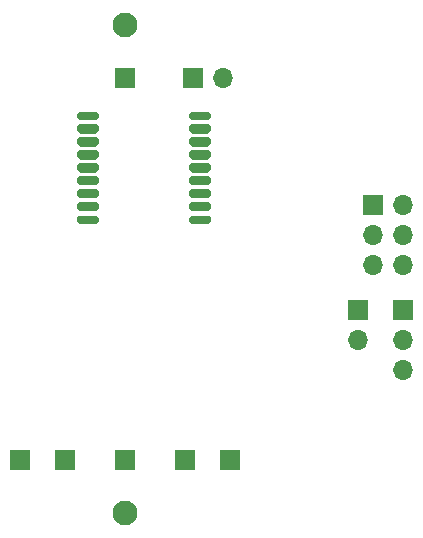
<source format=gbs>
G04 #@! TF.GenerationSoftware,KiCad,Pcbnew,(5.1.9)-1*
G04 #@! TF.CreationDate,2021-06-03T21:06:58+02:00*
G04 #@! TF.ProjectId,HABakuk_v1.0,48414261-6b75-46b5-9f76-312e302e6b69,1.0*
G04 #@! TF.SameCoordinates,Original*
G04 #@! TF.FileFunction,Soldermask,Bot*
G04 #@! TF.FilePolarity,Negative*
%FSLAX46Y46*%
G04 Gerber Fmt 4.6, Leading zero omitted, Abs format (unit mm)*
G04 Created by KiCad (PCBNEW (5.1.9)-1) date 2021-06-03 21:06:58*
%MOMM*%
%LPD*%
G01*
G04 APERTURE LIST*
%ADD10R,1.700000X1.700000*%
%ADD11O,1.700000X1.700000*%
%ADD12C,2.100000*%
G04 APERTURE END LIST*
D10*
X129540000Y-119380000D03*
X133350000Y-119380000D03*
X115570000Y-119380000D03*
X119380000Y-119380000D03*
X124460000Y-119380000D03*
X124460000Y-86995000D03*
D11*
X132715000Y-86995000D03*
D10*
X130175000Y-86995000D03*
D11*
X147955000Y-111760000D03*
X147955000Y-109220000D03*
D10*
X147955000Y-106680000D03*
D11*
X144145000Y-109220000D03*
D10*
X144145000Y-106680000D03*
D12*
X124460000Y-123825000D03*
X124460000Y-82550000D03*
G36*
G01*
X129910000Y-99190000D02*
X129910000Y-98840000D01*
G75*
G02*
X130085000Y-98665000I175000J0D01*
G01*
X131535000Y-98665000D01*
G75*
G02*
X131710000Y-98840000I0J-175000D01*
G01*
X131710000Y-99190000D01*
G75*
G02*
X131535000Y-99365000I-175000J0D01*
G01*
X130085000Y-99365000D01*
G75*
G02*
X129910000Y-99190000I0J175000D01*
G01*
G37*
G36*
G01*
X129910000Y-98115000D02*
X129910000Y-97715000D01*
G75*
G02*
X130110000Y-97515000I200000J0D01*
G01*
X131510000Y-97515000D01*
G75*
G02*
X131710000Y-97715000I0J-200000D01*
G01*
X131710000Y-98115000D01*
G75*
G02*
X131510000Y-98315000I-200000J0D01*
G01*
X130110000Y-98315000D01*
G75*
G02*
X129910000Y-98115000I0J200000D01*
G01*
G37*
G36*
G01*
X129910000Y-97015000D02*
X129910000Y-96615000D01*
G75*
G02*
X130110000Y-96415000I200000J0D01*
G01*
X131510000Y-96415000D01*
G75*
G02*
X131710000Y-96615000I0J-200000D01*
G01*
X131710000Y-97015000D01*
G75*
G02*
X131510000Y-97215000I-200000J0D01*
G01*
X130110000Y-97215000D01*
G75*
G02*
X129910000Y-97015000I0J200000D01*
G01*
G37*
G36*
G01*
X129910000Y-95915000D02*
X129910000Y-95515000D01*
G75*
G02*
X130110000Y-95315000I200000J0D01*
G01*
X131510000Y-95315000D01*
G75*
G02*
X131710000Y-95515000I0J-200000D01*
G01*
X131710000Y-95915000D01*
G75*
G02*
X131510000Y-96115000I-200000J0D01*
G01*
X130110000Y-96115000D01*
G75*
G02*
X129910000Y-95915000I0J200000D01*
G01*
G37*
G36*
G01*
X129910000Y-94815000D02*
X129910000Y-94415000D01*
G75*
G02*
X130110000Y-94215000I200000J0D01*
G01*
X131510000Y-94215000D01*
G75*
G02*
X131710000Y-94415000I0J-200000D01*
G01*
X131710000Y-94815000D01*
G75*
G02*
X131510000Y-95015000I-200000J0D01*
G01*
X130110000Y-95015000D01*
G75*
G02*
X129910000Y-94815000I0J200000D01*
G01*
G37*
G36*
G01*
X129910000Y-93715000D02*
X129910000Y-93315000D01*
G75*
G02*
X130110000Y-93115000I200000J0D01*
G01*
X131510000Y-93115000D01*
G75*
G02*
X131710000Y-93315000I0J-200000D01*
G01*
X131710000Y-93715000D01*
G75*
G02*
X131510000Y-93915000I-200000J0D01*
G01*
X130110000Y-93915000D01*
G75*
G02*
X129910000Y-93715000I0J200000D01*
G01*
G37*
G36*
G01*
X129910000Y-92615000D02*
X129910000Y-92215000D01*
G75*
G02*
X130110000Y-92015000I200000J0D01*
G01*
X131510000Y-92015000D01*
G75*
G02*
X131710000Y-92215000I0J-200000D01*
G01*
X131710000Y-92615000D01*
G75*
G02*
X131510000Y-92815000I-200000J0D01*
G01*
X130110000Y-92815000D01*
G75*
G02*
X129910000Y-92615000I0J200000D01*
G01*
G37*
G36*
G01*
X129910000Y-91515000D02*
X129910000Y-91115000D01*
G75*
G02*
X130110000Y-90915000I200000J0D01*
G01*
X131510000Y-90915000D01*
G75*
G02*
X131710000Y-91115000I0J-200000D01*
G01*
X131710000Y-91515000D01*
G75*
G02*
X131510000Y-91715000I-200000J0D01*
G01*
X130110000Y-91715000D01*
G75*
G02*
X129910000Y-91515000I0J200000D01*
G01*
G37*
G36*
G01*
X129910000Y-90390000D02*
X129910000Y-90040000D01*
G75*
G02*
X130085000Y-89865000I175000J0D01*
G01*
X131535000Y-89865000D01*
G75*
G02*
X131710000Y-90040000I0J-175000D01*
G01*
X131710000Y-90390000D01*
G75*
G02*
X131535000Y-90565000I-175000J0D01*
G01*
X130085000Y-90565000D01*
G75*
G02*
X129910000Y-90390000I0J175000D01*
G01*
G37*
G36*
G01*
X120410000Y-90390000D02*
X120410000Y-90040000D01*
G75*
G02*
X120585000Y-89865000I175000J0D01*
G01*
X122035000Y-89865000D01*
G75*
G02*
X122210000Y-90040000I0J-175000D01*
G01*
X122210000Y-90390000D01*
G75*
G02*
X122035000Y-90565000I-175000J0D01*
G01*
X120585000Y-90565000D01*
G75*
G02*
X120410000Y-90390000I0J175000D01*
G01*
G37*
G36*
G01*
X120410000Y-91515000D02*
X120410000Y-91115000D01*
G75*
G02*
X120610000Y-90915000I200000J0D01*
G01*
X122010000Y-90915000D01*
G75*
G02*
X122210000Y-91115000I0J-200000D01*
G01*
X122210000Y-91515000D01*
G75*
G02*
X122010000Y-91715000I-200000J0D01*
G01*
X120610000Y-91715000D01*
G75*
G02*
X120410000Y-91515000I0J200000D01*
G01*
G37*
G36*
G01*
X120410000Y-92615000D02*
X120410000Y-92215000D01*
G75*
G02*
X120610000Y-92015000I200000J0D01*
G01*
X122010000Y-92015000D01*
G75*
G02*
X122210000Y-92215000I0J-200000D01*
G01*
X122210000Y-92615000D01*
G75*
G02*
X122010000Y-92815000I-200000J0D01*
G01*
X120610000Y-92815000D01*
G75*
G02*
X120410000Y-92615000I0J200000D01*
G01*
G37*
G36*
G01*
X120410000Y-93715000D02*
X120410000Y-93315000D01*
G75*
G02*
X120610000Y-93115000I200000J0D01*
G01*
X122010000Y-93115000D01*
G75*
G02*
X122210000Y-93315000I0J-200000D01*
G01*
X122210000Y-93715000D01*
G75*
G02*
X122010000Y-93915000I-200000J0D01*
G01*
X120610000Y-93915000D01*
G75*
G02*
X120410000Y-93715000I0J200000D01*
G01*
G37*
G36*
G01*
X120410000Y-94815000D02*
X120410000Y-94415000D01*
G75*
G02*
X120610000Y-94215000I200000J0D01*
G01*
X122010000Y-94215000D01*
G75*
G02*
X122210000Y-94415000I0J-200000D01*
G01*
X122210000Y-94815000D01*
G75*
G02*
X122010000Y-95015000I-200000J0D01*
G01*
X120610000Y-95015000D01*
G75*
G02*
X120410000Y-94815000I0J200000D01*
G01*
G37*
G36*
G01*
X120410000Y-95915000D02*
X120410000Y-95515000D01*
G75*
G02*
X120610000Y-95315000I200000J0D01*
G01*
X122010000Y-95315000D01*
G75*
G02*
X122210000Y-95515000I0J-200000D01*
G01*
X122210000Y-95915000D01*
G75*
G02*
X122010000Y-96115000I-200000J0D01*
G01*
X120610000Y-96115000D01*
G75*
G02*
X120410000Y-95915000I0J200000D01*
G01*
G37*
G36*
G01*
X120410000Y-97015000D02*
X120410000Y-96615000D01*
G75*
G02*
X120610000Y-96415000I200000J0D01*
G01*
X122010000Y-96415000D01*
G75*
G02*
X122210000Y-96615000I0J-200000D01*
G01*
X122210000Y-97015000D01*
G75*
G02*
X122010000Y-97215000I-200000J0D01*
G01*
X120610000Y-97215000D01*
G75*
G02*
X120410000Y-97015000I0J200000D01*
G01*
G37*
G36*
G01*
X120410000Y-98115000D02*
X120410000Y-97715000D01*
G75*
G02*
X120610000Y-97515000I200000J0D01*
G01*
X122010000Y-97515000D01*
G75*
G02*
X122210000Y-97715000I0J-200000D01*
G01*
X122210000Y-98115000D01*
G75*
G02*
X122010000Y-98315000I-200000J0D01*
G01*
X120610000Y-98315000D01*
G75*
G02*
X120410000Y-98115000I0J200000D01*
G01*
G37*
G36*
G01*
X120410000Y-99190000D02*
X120410000Y-98840000D01*
G75*
G02*
X120585000Y-98665000I175000J0D01*
G01*
X122035000Y-98665000D01*
G75*
G02*
X122210000Y-98840000I0J-175000D01*
G01*
X122210000Y-99190000D01*
G75*
G02*
X122035000Y-99365000I-175000J0D01*
G01*
X120585000Y-99365000D01*
G75*
G02*
X120410000Y-99190000I0J175000D01*
G01*
G37*
D11*
X147955000Y-102870000D03*
X145415000Y-102870000D03*
X147955000Y-100330000D03*
X145415000Y-100330000D03*
X147955000Y-97790000D03*
D10*
X145415000Y-97790000D03*
M02*

</source>
